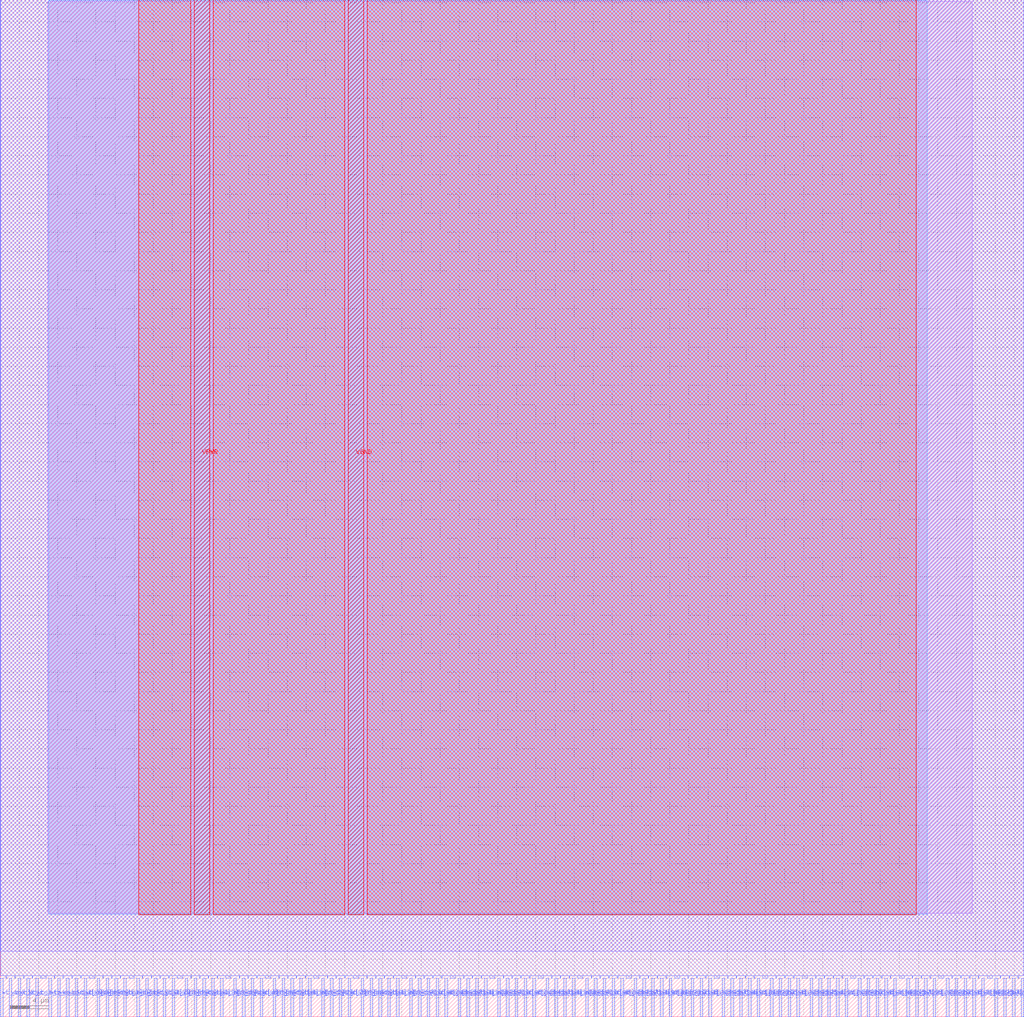
<source format=lef>
VERSION 5.7 ;
  NOWIREEXTENSIONATPIN ON ;
  DIVIDERCHAR "/" ;
  BUSBITCHARS "[]" ;
MACRO dummy_slave
  CLASS BLOCK ;
  FOREIGN dummy_slave ;
  ORIGIN 0.000 0.000 ;
  SIZE 107.040 BY 106.320 ;
  PIN wb_ack_o
    DIRECTION OUTPUT TRISTATE ;
    PORT
      LAYER met2 ;
        RECT 0.020 0.000 0.300 4.000 ;
    END
  END wb_ack_o
  PIN wb_adr_i[0]
    DIRECTION INPUT ;
    PORT
      LAYER met2 ;
        RECT 6.000 0.000 6.280 4.000 ;
    END
  END wb_adr_i[0]
  PIN wb_adr_i[10]
    DIRECTION INPUT ;
    PORT
      LAYER met2 ;
        RECT 40.500 0.000 40.780 4.000 ;
    END
  END wb_adr_i[10]
  PIN wb_adr_i[11]
    DIRECTION INPUT ;
    PORT
      LAYER met2 ;
        RECT 43.720 0.000 44.000 4.000 ;
    END
  END wb_adr_i[11]
  PIN wb_adr_i[12]
    DIRECTION INPUT ;
    PORT
      LAYER met2 ;
        RECT 46.480 0.000 46.760 4.000 ;
    END
  END wb_adr_i[12]
  PIN wb_adr_i[13]
    DIRECTION INPUT ;
    PORT
      LAYER met2 ;
        RECT 49.700 0.000 49.980 4.000 ;
    END
  END wb_adr_i[13]
  PIN wb_adr_i[14]
    DIRECTION INPUT ;
    PORT
      LAYER met2 ;
        RECT 52.920 0.000 53.200 4.000 ;
    END
  END wb_adr_i[14]
  PIN wb_adr_i[15]
    DIRECTION INPUT ;
    PORT
      LAYER met2 ;
        RECT 55.680 0.000 55.960 4.000 ;
    END
  END wb_adr_i[15]
  PIN wb_adr_i[16]
    DIRECTION INPUT ;
    PORT
      LAYER met2 ;
        RECT 58.900 0.000 59.180 4.000 ;
    END
  END wb_adr_i[16]
  PIN wb_adr_i[17]
    DIRECTION INPUT ;
    PORT
      LAYER met2 ;
        RECT 62.120 0.000 62.400 4.000 ;
    END
  END wb_adr_i[17]
  PIN wb_adr_i[18]
    DIRECTION INPUT ;
    PORT
      LAYER met2 ;
        RECT 64.880 0.000 65.160 4.000 ;
    END
  END wb_adr_i[18]
  PIN wb_adr_i[19]
    DIRECTION INPUT ;
    PORT
      LAYER met2 ;
        RECT 68.100 0.000 68.380 4.000 ;
    END
  END wb_adr_i[19]
  PIN wb_adr_i[1]
    DIRECTION INPUT ;
    PORT
      LAYER met2 ;
        RECT 10.140 0.000 10.420 4.000 ;
    END
  END wb_adr_i[1]
  PIN wb_adr_i[20]
    DIRECTION INPUT ;
    PORT
      LAYER met2 ;
        RECT 71.320 0.000 71.600 4.000 ;
    END
  END wb_adr_i[20]
  PIN wb_adr_i[21]
    DIRECTION INPUT ;
    PORT
      LAYER met2 ;
        RECT 74.080 0.000 74.360 4.000 ;
    END
  END wb_adr_i[21]
  PIN wb_adr_i[22]
    DIRECTION INPUT ;
    PORT
      LAYER met2 ;
        RECT 77.300 0.000 77.580 4.000 ;
    END
  END wb_adr_i[22]
  PIN wb_adr_i[23]
    DIRECTION INPUT ;
    PORT
      LAYER met2 ;
        RECT 80.520 0.000 80.800 4.000 ;
    END
  END wb_adr_i[23]
  PIN wb_adr_i[24]
    DIRECTION INPUT ;
    PORT
      LAYER met2 ;
        RECT 83.280 0.000 83.560 4.000 ;
    END
  END wb_adr_i[24]
  PIN wb_adr_i[25]
    DIRECTION INPUT ;
    PORT
      LAYER met2 ;
        RECT 86.500 0.000 86.780 4.000 ;
    END
  END wb_adr_i[25]
  PIN wb_adr_i[26]
    DIRECTION INPUT ;
    PORT
      LAYER met2 ;
        RECT 89.720 0.000 90.000 4.000 ;
    END
  END wb_adr_i[26]
  PIN wb_adr_i[27]
    DIRECTION INPUT ;
    PORT
      LAYER met2 ;
        RECT 92.480 0.000 92.760 4.000 ;
    END
  END wb_adr_i[27]
  PIN wb_adr_i[28]
    DIRECTION INPUT ;
    PORT
      LAYER met2 ;
        RECT 95.700 0.000 95.980 4.000 ;
    END
  END wb_adr_i[28]
  PIN wb_adr_i[29]
    DIRECTION INPUT ;
    PORT
      LAYER met2 ;
        RECT 98.920 0.000 99.200 4.000 ;
    END
  END wb_adr_i[29]
  PIN wb_adr_i[2]
    DIRECTION INPUT ;
    PORT
      LAYER met2 ;
        RECT 14.280 0.000 14.560 4.000 ;
    END
  END wb_adr_i[2]
  PIN wb_adr_i[30]
    DIRECTION INPUT ;
    PORT
      LAYER met2 ;
        RECT 101.680 0.000 101.960 4.000 ;
    END
  END wb_adr_i[30]
  PIN wb_adr_i[31]
    DIRECTION INPUT ;
    PORT
      LAYER met2 ;
        RECT 104.900 0.000 105.180 4.000 ;
    END
  END wb_adr_i[31]
  PIN wb_adr_i[3]
    DIRECTION INPUT ;
    PORT
      LAYER met2 ;
        RECT 17.960 0.000 18.240 4.000 ;
    END
  END wb_adr_i[3]
  PIN wb_adr_i[4]
    DIRECTION INPUT ;
    PORT
      LAYER met2 ;
        RECT 22.100 0.000 22.380 4.000 ;
    END
  END wb_adr_i[4]
  PIN wb_adr_i[5]
    DIRECTION INPUT ;
    PORT
      LAYER met2 ;
        RECT 25.320 0.000 25.600 4.000 ;
    END
  END wb_adr_i[5]
  PIN wb_adr_i[6]
    DIRECTION INPUT ;
    PORT
      LAYER met2 ;
        RECT 28.540 0.000 28.820 4.000 ;
    END
  END wb_adr_i[6]
  PIN wb_adr_i[7]
    DIRECTION INPUT ;
    PORT
      LAYER met2 ;
        RECT 31.300 0.000 31.580 4.000 ;
    END
  END wb_adr_i[7]
  PIN wb_adr_i[8]
    DIRECTION INPUT ;
    PORT
      LAYER met2 ;
        RECT 34.520 0.000 34.800 4.000 ;
    END
  END wb_adr_i[8]
  PIN wb_adr_i[9]
    DIRECTION INPUT ;
    PORT
      LAYER met2 ;
        RECT 37.740 0.000 38.020 4.000 ;
    END
  END wb_adr_i[9]
  PIN wb_clk_i
    DIRECTION INPUT ;
    PORT
      LAYER met2 ;
        RECT 0.940 0.000 1.220 4.000 ;
    END
  END wb_clk_i
  PIN wb_cyc_i
    DIRECTION INPUT ;
    PORT
      LAYER met2 ;
        RECT 1.860 0.000 2.140 4.000 ;
    END
  END wb_cyc_i
  PIN wb_dat_i[0]
    DIRECTION INPUT ;
    PORT
      LAYER met2 ;
        RECT 6.920 0.000 7.200 4.000 ;
    END
  END wb_dat_i[0]
  PIN wb_dat_i[10]
    DIRECTION INPUT ;
    PORT
      LAYER met2 ;
        RECT 41.420 0.000 41.700 4.000 ;
    END
  END wb_dat_i[10]
  PIN wb_dat_i[11]
    DIRECTION INPUT ;
    PORT
      LAYER met2 ;
        RECT 44.640 0.000 44.920 4.000 ;
    END
  END wb_dat_i[11]
  PIN wb_dat_i[12]
    DIRECTION INPUT ;
    PORT
      LAYER met2 ;
        RECT 47.860 0.000 48.140 4.000 ;
    END
  END wb_dat_i[12]
  PIN wb_dat_i[13]
    DIRECTION INPUT ;
    PORT
      LAYER met2 ;
        RECT 50.620 0.000 50.900 4.000 ;
    END
  END wb_dat_i[13]
  PIN wb_dat_i[14]
    DIRECTION INPUT ;
    PORT
      LAYER met2 ;
        RECT 53.840 0.000 54.120 4.000 ;
    END
  END wb_dat_i[14]
  PIN wb_dat_i[15]
    DIRECTION INPUT ;
    PORT
      LAYER met2 ;
        RECT 57.060 0.000 57.340 4.000 ;
    END
  END wb_dat_i[15]
  PIN wb_dat_i[16]
    DIRECTION INPUT ;
    PORT
      LAYER met2 ;
        RECT 59.820 0.000 60.100 4.000 ;
    END
  END wb_dat_i[16]
  PIN wb_dat_i[17]
    DIRECTION INPUT ;
    PORT
      LAYER met2 ;
        RECT 63.040 0.000 63.320 4.000 ;
    END
  END wb_dat_i[17]
  PIN wb_dat_i[18]
    DIRECTION INPUT ;
    PORT
      LAYER met2 ;
        RECT 66.260 0.000 66.540 4.000 ;
    END
  END wb_dat_i[18]
  PIN wb_dat_i[19]
    DIRECTION INPUT ;
    PORT
      LAYER met2 ;
        RECT 69.020 0.000 69.300 4.000 ;
    END
  END wb_dat_i[19]
  PIN wb_dat_i[1]
    DIRECTION INPUT ;
    PORT
      LAYER met2 ;
        RECT 11.060 0.000 11.340 4.000 ;
    END
  END wb_dat_i[1]
  PIN wb_dat_i[20]
    DIRECTION INPUT ;
    PORT
      LAYER met2 ;
        RECT 72.240 0.000 72.520 4.000 ;
    END
  END wb_dat_i[20]
  PIN wb_dat_i[21]
    DIRECTION INPUT ;
    PORT
      LAYER met2 ;
        RECT 75.460 0.000 75.740 4.000 ;
    END
  END wb_dat_i[21]
  PIN wb_dat_i[22]
    DIRECTION INPUT ;
    PORT
      LAYER met2 ;
        RECT 78.220 0.000 78.500 4.000 ;
    END
  END wb_dat_i[22]
  PIN wb_dat_i[23]
    DIRECTION INPUT ;
    PORT
      LAYER met2 ;
        RECT 81.440 0.000 81.720 4.000 ;
    END
  END wb_dat_i[23]
  PIN wb_dat_i[24]
    DIRECTION INPUT ;
    PORT
      LAYER met2 ;
        RECT 84.660 0.000 84.940 4.000 ;
    END
  END wb_dat_i[24]
  PIN wb_dat_i[25]
    DIRECTION INPUT ;
    PORT
      LAYER met2 ;
        RECT 87.420 0.000 87.700 4.000 ;
    END
  END wb_dat_i[25]
  PIN wb_dat_i[26]
    DIRECTION INPUT ;
    PORT
      LAYER met2 ;
        RECT 90.640 0.000 90.920 4.000 ;
    END
  END wb_dat_i[26]
  PIN wb_dat_i[27]
    DIRECTION INPUT ;
    PORT
      LAYER met2 ;
        RECT 93.400 0.000 93.680 4.000 ;
    END
  END wb_dat_i[27]
  PIN wb_dat_i[28]
    DIRECTION INPUT ;
    PORT
      LAYER met2 ;
        RECT 96.620 0.000 96.900 4.000 ;
    END
  END wb_dat_i[28]
  PIN wb_dat_i[29]
    DIRECTION INPUT ;
    PORT
      LAYER met2 ;
        RECT 99.840 0.000 100.120 4.000 ;
    END
  END wb_dat_i[29]
  PIN wb_dat_i[2]
    DIRECTION INPUT ;
    PORT
      LAYER met2 ;
        RECT 15.200 0.000 15.480 4.000 ;
    END
  END wb_dat_i[2]
  PIN wb_dat_i[30]
    DIRECTION INPUT ;
    PORT
      LAYER met2 ;
        RECT 102.600 0.000 102.880 4.000 ;
    END
  END wb_dat_i[30]
  PIN wb_dat_i[31]
    DIRECTION INPUT ;
    PORT
      LAYER met2 ;
        RECT 105.820 0.000 106.100 4.000 ;
    END
  END wb_dat_i[31]
  PIN wb_dat_i[3]
    DIRECTION INPUT ;
    PORT
      LAYER met2 ;
        RECT 19.340 0.000 19.620 4.000 ;
    END
  END wb_dat_i[3]
  PIN wb_dat_i[4]
    DIRECTION INPUT ;
    PORT
      LAYER met2 ;
        RECT 23.020 0.000 23.300 4.000 ;
    END
  END wb_dat_i[4]
  PIN wb_dat_i[5]
    DIRECTION INPUT ;
    PORT
      LAYER met2 ;
        RECT 26.240 0.000 26.520 4.000 ;
    END
  END wb_dat_i[5]
  PIN wb_dat_i[6]
    DIRECTION INPUT ;
    PORT
      LAYER met2 ;
        RECT 29.460 0.000 29.740 4.000 ;
    END
  END wb_dat_i[6]
  PIN wb_dat_i[7]
    DIRECTION INPUT ;
    PORT
      LAYER met2 ;
        RECT 32.220 0.000 32.500 4.000 ;
    END
  END wb_dat_i[7]
  PIN wb_dat_i[8]
    DIRECTION INPUT ;
    PORT
      LAYER met2 ;
        RECT 35.440 0.000 35.720 4.000 ;
    END
  END wb_dat_i[8]
  PIN wb_dat_i[9]
    DIRECTION INPUT ;
    PORT
      LAYER met2 ;
        RECT 38.660 0.000 38.940 4.000 ;
    END
  END wb_dat_i[9]
  PIN wb_dat_o[0]
    DIRECTION OUTPUT TRISTATE ;
    PORT
      LAYER met2 ;
        RECT 7.840 0.000 8.120 4.000 ;
    END
  END wb_dat_o[0]
  PIN wb_dat_o[10]
    DIRECTION OUTPUT TRISTATE ;
    PORT
      LAYER met2 ;
        RECT 42.800 0.000 43.080 4.000 ;
    END
  END wb_dat_o[10]
  PIN wb_dat_o[11]
    DIRECTION OUTPUT TRISTATE ;
    PORT
      LAYER met2 ;
        RECT 45.560 0.000 45.840 4.000 ;
    END
  END wb_dat_o[11]
  PIN wb_dat_o[12]
    DIRECTION OUTPUT TRISTATE ;
    PORT
      LAYER met2 ;
        RECT 48.780 0.000 49.060 4.000 ;
    END
  END wb_dat_o[12]
  PIN wb_dat_o[13]
    DIRECTION OUTPUT TRISTATE ;
    PORT
      LAYER met2 ;
        RECT 52.000 0.000 52.280 4.000 ;
    END
  END wb_dat_o[13]
  PIN wb_dat_o[14]
    DIRECTION OUTPUT TRISTATE ;
    PORT
      LAYER met2 ;
        RECT 54.760 0.000 55.040 4.000 ;
    END
  END wb_dat_o[14]
  PIN wb_dat_o[15]
    DIRECTION OUTPUT TRISTATE ;
    PORT
      LAYER met2 ;
        RECT 57.980 0.000 58.260 4.000 ;
    END
  END wb_dat_o[15]
  PIN wb_dat_o[16]
    DIRECTION OUTPUT TRISTATE ;
    PORT
      LAYER met2 ;
        RECT 61.200 0.000 61.480 4.000 ;
    END
  END wb_dat_o[16]
  PIN wb_dat_o[17]
    DIRECTION OUTPUT TRISTATE ;
    PORT
      LAYER met2 ;
        RECT 63.960 0.000 64.240 4.000 ;
    END
  END wb_dat_o[17]
  PIN wb_dat_o[18]
    DIRECTION OUTPUT TRISTATE ;
    PORT
      LAYER met2 ;
        RECT 67.180 0.000 67.460 4.000 ;
    END
  END wb_dat_o[18]
  PIN wb_dat_o[19]
    DIRECTION OUTPUT TRISTATE ;
    PORT
      LAYER met2 ;
        RECT 69.940 0.000 70.220 4.000 ;
    END
  END wb_dat_o[19]
  PIN wb_dat_o[1]
    DIRECTION OUTPUT TRISTATE ;
    PORT
      LAYER met2 ;
        RECT 11.980 0.000 12.260 4.000 ;
    END
  END wb_dat_o[1]
  PIN wb_dat_o[20]
    DIRECTION OUTPUT TRISTATE ;
    PORT
      LAYER met2 ;
        RECT 73.160 0.000 73.440 4.000 ;
    END
  END wb_dat_o[20]
  PIN wb_dat_o[21]
    DIRECTION OUTPUT TRISTATE ;
    PORT
      LAYER met2 ;
        RECT 76.380 0.000 76.660 4.000 ;
    END
  END wb_dat_o[21]
  PIN wb_dat_o[22]
    DIRECTION OUTPUT TRISTATE ;
    PORT
      LAYER met2 ;
        RECT 79.140 0.000 79.420 4.000 ;
    END
  END wb_dat_o[22]
  PIN wb_dat_o[23]
    DIRECTION OUTPUT TRISTATE ;
    PORT
      LAYER met2 ;
        RECT 82.360 0.000 82.640 4.000 ;
    END
  END wb_dat_o[23]
  PIN wb_dat_o[24]
    DIRECTION OUTPUT TRISTATE ;
    PORT
      LAYER met2 ;
        RECT 85.580 0.000 85.860 4.000 ;
    END
  END wb_dat_o[24]
  PIN wb_dat_o[25]
    DIRECTION OUTPUT TRISTATE ;
    PORT
      LAYER met2 ;
        RECT 88.340 0.000 88.620 4.000 ;
    END
  END wb_dat_o[25]
  PIN wb_dat_o[26]
    DIRECTION OUTPUT TRISTATE ;
    PORT
      LAYER met2 ;
        RECT 91.560 0.000 91.840 4.000 ;
    END
  END wb_dat_o[26]
  PIN wb_dat_o[27]
    DIRECTION OUTPUT TRISTATE ;
    PORT
      LAYER met2 ;
        RECT 94.780 0.000 95.060 4.000 ;
    END
  END wb_dat_o[27]
  PIN wb_dat_o[28]
    DIRECTION OUTPUT TRISTATE ;
    PORT
      LAYER met2 ;
        RECT 97.540 0.000 97.820 4.000 ;
    END
  END wb_dat_o[28]
  PIN wb_dat_o[29]
    DIRECTION OUTPUT TRISTATE ;
    PORT
      LAYER met2 ;
        RECT 100.760 0.000 101.040 4.000 ;
    END
  END wb_dat_o[29]
  PIN wb_dat_o[2]
    DIRECTION OUTPUT TRISTATE ;
    PORT
      LAYER met2 ;
        RECT 16.120 0.000 16.400 4.000 ;
    END
  END wb_dat_o[2]
  PIN wb_dat_o[30]
    DIRECTION OUTPUT TRISTATE ;
    PORT
      LAYER met2 ;
        RECT 103.980 0.000 104.260 4.000 ;
    END
  END wb_dat_o[30]
  PIN wb_dat_o[31]
    DIRECTION OUTPUT TRISTATE ;
    PORT
      LAYER met2 ;
        RECT 106.740 0.000 107.020 4.000 ;
    END
  END wb_dat_o[31]
  PIN wb_dat_o[3]
    DIRECTION OUTPUT TRISTATE ;
    PORT
      LAYER met2 ;
        RECT 20.260 0.000 20.540 4.000 ;
    END
  END wb_dat_o[3]
  PIN wb_dat_o[4]
    DIRECTION OUTPUT TRISTATE ;
    PORT
      LAYER met2 ;
        RECT 24.400 0.000 24.680 4.000 ;
    END
  END wb_dat_o[4]
  PIN wb_dat_o[5]
    DIRECTION OUTPUT TRISTATE ;
    PORT
      LAYER met2 ;
        RECT 27.160 0.000 27.440 4.000 ;
    END
  END wb_dat_o[5]
  PIN wb_dat_o[6]
    DIRECTION OUTPUT TRISTATE ;
    PORT
      LAYER met2 ;
        RECT 30.380 0.000 30.660 4.000 ;
    END
  END wb_dat_o[6]
  PIN wb_dat_o[7]
    DIRECTION OUTPUT TRISTATE ;
    PORT
      LAYER met2 ;
        RECT 33.600 0.000 33.880 4.000 ;
    END
  END wb_dat_o[7]
  PIN wb_dat_o[8]
    DIRECTION OUTPUT TRISTATE ;
    PORT
      LAYER met2 ;
        RECT 36.360 0.000 36.640 4.000 ;
    END
  END wb_dat_o[8]
  PIN wb_dat_o[9]
    DIRECTION OUTPUT TRISTATE ;
    PORT
      LAYER met2 ;
        RECT 39.580 0.000 39.860 4.000 ;
    END
  END wb_dat_o[9]
  PIN wb_rst_i
    DIRECTION INPUT ;
    PORT
      LAYER met2 ;
        RECT 2.780 0.000 3.060 4.000 ;
    END
  END wb_rst_i
  PIN wb_sel_i[0]
    DIRECTION INPUT ;
    PORT
      LAYER met2 ;
        RECT 8.760 0.000 9.040 4.000 ;
    END
  END wb_sel_i[0]
  PIN wb_sel_i[1]
    DIRECTION INPUT ;
    PORT
      LAYER met2 ;
        RECT 12.900 0.000 13.180 4.000 ;
    END
  END wb_sel_i[1]
  PIN wb_sel_i[2]
    DIRECTION INPUT ;
    PORT
      LAYER met2 ;
        RECT 17.040 0.000 17.320 4.000 ;
    END
  END wb_sel_i[2]
  PIN wb_sel_i[3]
    DIRECTION INPUT ;
    PORT
      LAYER met2 ;
        RECT 21.180 0.000 21.460 4.000 ;
    END
  END wb_sel_i[3]
  PIN wb_stb_i
    DIRECTION INPUT ;
    PORT
      LAYER met2 ;
        RECT 3.700 0.000 3.980 4.000 ;
    END
  END wb_stb_i
  PIN wb_we_i
    DIRECTION INPUT ;
    PORT
      LAYER met2 ;
        RECT 5.080 0.000 5.360 4.000 ;
    END
  END wb_we_i
  PIN VPWR
    DIRECTION INPUT ;
    USE POWER ;
    PORT
      LAYER met4 ;
        RECT 20.290 10.640 21.890 106.320 ;
    END
  END VPWR
  PIN VGND
    DIRECTION INPUT ;
    USE GROUND ;
    PORT
      LAYER met4 ;
        RECT 36.390 10.640 37.990 106.320 ;
    END
  END VGND
  OBS
      LAYER li1 ;
        RECT 4.990 10.795 101.590 106.165 ;
      LAYER met1 ;
        RECT 0.000 6.840 107.040 106.320 ;
      LAYER met2 ;
        RECT 0.030 4.280 107.010 106.320 ;
        RECT 0.580 4.000 0.660 4.280 ;
        RECT 1.500 4.000 1.580 4.280 ;
        RECT 2.420 4.000 2.500 4.280 ;
        RECT 3.340 4.000 3.420 4.280 ;
        RECT 4.260 4.000 4.800 4.280 ;
        RECT 5.640 4.000 5.720 4.280 ;
        RECT 6.560 4.000 6.640 4.280 ;
        RECT 7.480 4.000 7.560 4.280 ;
        RECT 8.400 4.000 8.480 4.280 ;
        RECT 9.320 4.000 9.860 4.280 ;
        RECT 10.700 4.000 10.780 4.280 ;
        RECT 11.620 4.000 11.700 4.280 ;
        RECT 12.540 4.000 12.620 4.280 ;
        RECT 13.460 4.000 14.000 4.280 ;
        RECT 14.840 4.000 14.920 4.280 ;
        RECT 15.760 4.000 15.840 4.280 ;
        RECT 16.680 4.000 16.760 4.280 ;
        RECT 17.600 4.000 17.680 4.280 ;
        RECT 18.520 4.000 19.060 4.280 ;
        RECT 19.900 4.000 19.980 4.280 ;
        RECT 20.820 4.000 20.900 4.280 ;
        RECT 21.740 4.000 21.820 4.280 ;
        RECT 22.660 4.000 22.740 4.280 ;
        RECT 23.580 4.000 24.120 4.280 ;
        RECT 24.960 4.000 25.040 4.280 ;
        RECT 25.880 4.000 25.960 4.280 ;
        RECT 26.800 4.000 26.880 4.280 ;
        RECT 27.720 4.000 28.260 4.280 ;
        RECT 29.100 4.000 29.180 4.280 ;
        RECT 30.020 4.000 30.100 4.280 ;
        RECT 30.940 4.000 31.020 4.280 ;
        RECT 31.860 4.000 31.940 4.280 ;
        RECT 32.780 4.000 33.320 4.280 ;
        RECT 34.160 4.000 34.240 4.280 ;
        RECT 35.080 4.000 35.160 4.280 ;
        RECT 36.000 4.000 36.080 4.280 ;
        RECT 36.920 4.000 37.460 4.280 ;
        RECT 38.300 4.000 38.380 4.280 ;
        RECT 39.220 4.000 39.300 4.280 ;
        RECT 40.140 4.000 40.220 4.280 ;
        RECT 41.060 4.000 41.140 4.280 ;
        RECT 41.980 4.000 42.520 4.280 ;
        RECT 43.360 4.000 43.440 4.280 ;
        RECT 44.280 4.000 44.360 4.280 ;
        RECT 45.200 4.000 45.280 4.280 ;
        RECT 46.120 4.000 46.200 4.280 ;
        RECT 47.040 4.000 47.580 4.280 ;
        RECT 48.420 4.000 48.500 4.280 ;
        RECT 49.340 4.000 49.420 4.280 ;
        RECT 50.260 4.000 50.340 4.280 ;
        RECT 51.180 4.000 51.720 4.280 ;
        RECT 52.560 4.000 52.640 4.280 ;
        RECT 53.480 4.000 53.560 4.280 ;
        RECT 54.400 4.000 54.480 4.280 ;
        RECT 55.320 4.000 55.400 4.280 ;
        RECT 56.240 4.000 56.780 4.280 ;
        RECT 57.620 4.000 57.700 4.280 ;
        RECT 58.540 4.000 58.620 4.280 ;
        RECT 59.460 4.000 59.540 4.280 ;
        RECT 60.380 4.000 60.920 4.280 ;
        RECT 61.760 4.000 61.840 4.280 ;
        RECT 62.680 4.000 62.760 4.280 ;
        RECT 63.600 4.000 63.680 4.280 ;
        RECT 64.520 4.000 64.600 4.280 ;
        RECT 65.440 4.000 65.980 4.280 ;
        RECT 66.820 4.000 66.900 4.280 ;
        RECT 67.740 4.000 67.820 4.280 ;
        RECT 68.660 4.000 68.740 4.280 ;
        RECT 69.580 4.000 69.660 4.280 ;
        RECT 70.500 4.000 71.040 4.280 ;
        RECT 71.880 4.000 71.960 4.280 ;
        RECT 72.800 4.000 72.880 4.280 ;
        RECT 73.720 4.000 73.800 4.280 ;
        RECT 74.640 4.000 75.180 4.280 ;
        RECT 76.020 4.000 76.100 4.280 ;
        RECT 76.940 4.000 77.020 4.280 ;
        RECT 77.860 4.000 77.940 4.280 ;
        RECT 78.780 4.000 78.860 4.280 ;
        RECT 79.700 4.000 80.240 4.280 ;
        RECT 81.080 4.000 81.160 4.280 ;
        RECT 82.000 4.000 82.080 4.280 ;
        RECT 82.920 4.000 83.000 4.280 ;
        RECT 83.840 4.000 84.380 4.280 ;
        RECT 85.220 4.000 85.300 4.280 ;
        RECT 86.140 4.000 86.220 4.280 ;
        RECT 87.060 4.000 87.140 4.280 ;
        RECT 87.980 4.000 88.060 4.280 ;
        RECT 88.900 4.000 89.440 4.280 ;
        RECT 90.280 4.000 90.360 4.280 ;
        RECT 91.200 4.000 91.280 4.280 ;
        RECT 92.120 4.000 92.200 4.280 ;
        RECT 93.040 4.000 93.120 4.280 ;
        RECT 93.960 4.000 94.500 4.280 ;
        RECT 95.340 4.000 95.420 4.280 ;
        RECT 96.260 4.000 96.340 4.280 ;
        RECT 97.180 4.000 97.260 4.280 ;
        RECT 98.100 4.000 98.640 4.280 ;
        RECT 99.480 4.000 99.560 4.280 ;
        RECT 100.400 4.000 100.480 4.280 ;
        RECT 101.320 4.000 101.400 4.280 ;
        RECT 102.240 4.000 102.320 4.280 ;
        RECT 103.160 4.000 103.700 4.280 ;
        RECT 104.540 4.000 104.620 4.280 ;
        RECT 105.460 4.000 105.540 4.280 ;
        RECT 106.380 4.000 106.460 4.280 ;
      LAYER met3 ;
        RECT 5.055 10.715 96.925 106.245 ;
      LAYER met4 ;
        RECT 14.485 10.640 19.890 106.320 ;
        RECT 22.290 10.640 35.990 106.320 ;
        RECT 38.390 10.640 95.775 106.320 ;
  END
END dummy_slave
END LIBRARY


</source>
